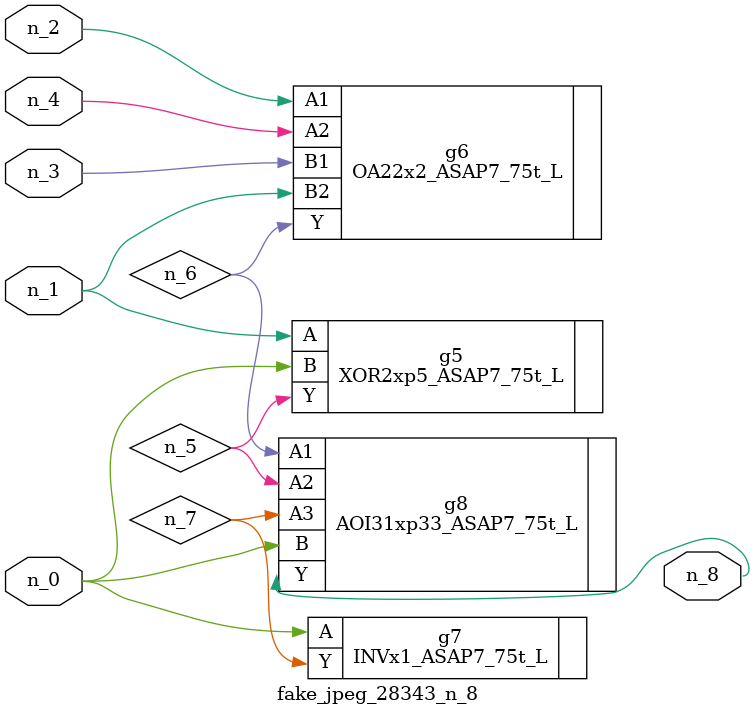
<source format=v>
module fake_jpeg_28343_n_8 (n_3, n_2, n_1, n_0, n_4, n_8);

input n_3;
input n_2;
input n_1;
input n_0;
input n_4;

output n_8;

wire n_6;
wire n_5;
wire n_7;

XOR2xp5_ASAP7_75t_L g5 ( 
.A(n_1),
.B(n_0),
.Y(n_5)
);

OA22x2_ASAP7_75t_L g6 ( 
.A1(n_2),
.A2(n_4),
.B1(n_3),
.B2(n_1),
.Y(n_6)
);

INVx1_ASAP7_75t_L g7 ( 
.A(n_0),
.Y(n_7)
);

AOI31xp33_ASAP7_75t_L g8 ( 
.A1(n_6),
.A2(n_5),
.A3(n_7),
.B(n_0),
.Y(n_8)
);


endmodule
</source>
